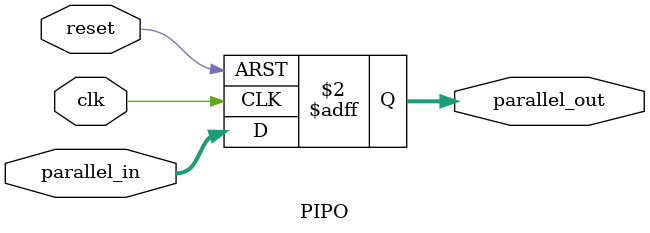
<source format=v>
module PIPO (
input clk,
input reset,

input [WIDTH-1:0]parallel_in,
output reg [WIDTH-1:0]parallel_out
	);

parameter WIDTH=4;


always @(posedge clk or posedge reset)begin
if(reset)
parallel_out <= 0;

else 

parallel_out<= parallel_in;

end

endmodule


</source>
